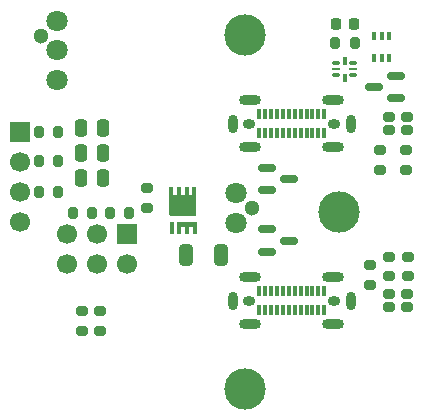
<source format=gbr>
%TF.GenerationSoftware,KiCad,Pcbnew,9.0.3*%
%TF.CreationDate,2025-08-02T18:11:11+02:00*%
%TF.ProjectId,USBPanel,55534250-616e-4656-9c2e-6b696361645f,rev?*%
%TF.SameCoordinates,Original*%
%TF.FileFunction,Soldermask,Bot*%
%TF.FilePolarity,Negative*%
%FSLAX46Y46*%
G04 Gerber Fmt 4.6, Leading zero omitted, Abs format (unit mm)*
G04 Created by KiCad (PCBNEW 9.0.3) date 2025-08-02 18:11:11*
%MOMM*%
%LPD*%
G01*
G04 APERTURE LIST*
G04 Aperture macros list*
%AMRoundRect*
0 Rectangle with rounded corners*
0 $1 Rounding radius*
0 $2 $3 $4 $5 $6 $7 $8 $9 X,Y pos of 4 corners*
0 Add a 4 corners polygon primitive as box body*
4,1,4,$2,$3,$4,$5,$6,$7,$8,$9,$2,$3,0*
0 Add four circle primitives for the rounded corners*
1,1,$1+$1,$2,$3*
1,1,$1+$1,$4,$5*
1,1,$1+$1,$6,$7*
1,1,$1+$1,$8,$9*
0 Add four rect primitives between the rounded corners*
20,1,$1+$1,$2,$3,$4,$5,0*
20,1,$1+$1,$4,$5,$6,$7,0*
20,1,$1+$1,$6,$7,$8,$9,0*
20,1,$1+$1,$8,$9,$2,$3,0*%
%AMFreePoly0*
4,1,37,-0.510866,0.496194,-0.483806,0.469134,-0.480000,0.450000,-0.480000,-0.050000,-0.170000,-0.050000,-0.170000,0.450000,-0.166194,0.469134,-0.139134,0.496194,-0.120000,0.500000,0.120000,0.500000,0.139134,0.496194,0.166194,0.469134,0.170000,0.450000,0.170000,-0.050000,0.480000,-0.050000,0.480000,0.450000,0.483806,0.469134,0.510866,0.496194,0.530000,0.500000,0.770000,0.500000,
0.789134,0.496194,0.816194,0.469134,0.820000,0.450000,0.820000,-0.450000,0.816194,-0.469134,0.789134,-0.496194,0.770000,-0.500000,-0.770000,-0.500000,-0.789134,-0.496194,-0.816194,-0.469134,-0.820000,-0.450000,-0.820000,0.450000,-0.816194,0.469134,-0.789134,0.496194,-0.770000,0.500000,-0.530000,0.500000,-0.510866,0.496194,-0.510866,0.496194,$1*%
%AMFreePoly1*
4,1,47,1.119134,0.556194,1.146194,0.529134,1.150000,0.510000,1.150000,-1.850000,1.146194,-1.869134,1.119134,-1.896194,1.100000,-1.900000,0.860000,-1.900000,0.840866,-1.896194,0.813806,-1.869134,0.810000,-1.850000,0.810000,-1.150000,0.500000,-1.150000,0.500000,-1.850000,0.496194,-1.869134,0.469134,-1.896194,0.450000,-1.900000,0.210000,-1.900000,0.190866,-1.896194,0.163806,-1.869134,
0.160000,-1.850000,0.160000,-1.150000,-0.150000,-1.150000,-0.150000,-1.850000,-0.153806,-1.869134,-0.180866,-1.896194,-0.200000,-1.900000,-0.440000,-1.900000,-0.459134,-1.896194,-0.486194,-1.869134,-0.490000,-1.850000,-0.490000,-1.150000,-0.800000,-1.150000,-0.800000,-1.850000,-0.803806,-1.869134,-0.830866,-1.896194,-0.850000,-1.900000,-1.090000,-1.900000,-1.109134,-1.896194,-1.136194,-1.869134,
-1.140000,-1.850000,-1.140000,0.510000,-1.136194,0.529134,-1.109134,0.556194,-1.090000,0.560000,1.100000,0.560000,1.119134,0.556194,1.119134,0.556194,$1*%
G04 Aperture macros list end*
%ADD10RoundRect,0.200000X0.300000X0.200000X-0.300000X0.200000X-0.300000X-0.200000X0.300000X-0.200000X0*%
%ADD11R,1.700000X1.700000*%
%ADD12C,1.700000*%
%ADD13C,3.500000*%
%ADD14C,1.300000*%
%ADD15C,1.800000*%
%ADD16RoundRect,0.200000X-0.200000X-0.275000X0.200000X-0.275000X0.200000X0.275000X-0.200000X0.275000X0*%
%ADD17RoundRect,0.250000X-0.250000X-0.475000X0.250000X-0.475000X0.250000X0.475000X-0.250000X0.475000X0*%
%ADD18RoundRect,0.200000X-0.275000X0.200000X-0.275000X-0.200000X0.275000X-0.200000X0.275000X0.200000X0*%
%ADD19RoundRect,0.030000X0.120000X0.395000X-0.120000X0.395000X-0.120000X-0.395000X0.120000X-0.395000X0*%
%ADD20RoundRect,0.030000X-0.120000X-0.395000X0.120000X-0.395000X0.120000X0.395000X-0.120000X0.395000X0*%
%ADD21O,0.850000X1.550000*%
%ADD22O,1.080000X0.800000*%
%ADD23O,1.850000X0.850000*%
%ADD24RoundRect,0.150000X-0.587500X-0.150000X0.587500X-0.150000X0.587500X0.150000X-0.587500X0.150000X0*%
%ADD25RoundRect,0.200000X0.200000X0.275000X-0.200000X0.275000X-0.200000X-0.275000X0.200000X-0.275000X0*%
%ADD26RoundRect,0.037500X0.287500X0.087500X-0.287500X0.087500X-0.287500X-0.087500X0.287500X-0.087500X0*%
%ADD27RoundRect,0.030000X0.295000X0.070000X-0.295000X0.070000X-0.295000X-0.070000X0.295000X-0.070000X0*%
%ADD28RoundRect,0.045000X0.105000X-0.305000X0.105000X0.305000X-0.105000X0.305000X-0.105000X-0.305000X0*%
%ADD29RoundRect,0.100000X0.100000X-0.225000X0.100000X0.225000X-0.100000X0.225000X-0.100000X-0.225000X0*%
%ADD30FreePoly0,180.000000*%
%ADD31FreePoly1,180.000000*%
%ADD32RoundRect,0.034000X0.136000X0.466000X-0.136000X0.466000X-0.136000X-0.466000X0.136000X-0.466000X0*%
%ADD33RoundRect,0.200000X0.275000X-0.200000X0.275000X0.200000X-0.275000X0.200000X-0.275000X-0.200000X0*%
%ADD34RoundRect,0.150000X0.587500X0.150000X-0.587500X0.150000X-0.587500X-0.150000X0.587500X-0.150000X0*%
%ADD35RoundRect,0.225000X-0.225000X-0.250000X0.225000X-0.250000X0.225000X0.250000X-0.225000X0.250000X0*%
%ADD36RoundRect,0.250000X-0.325000X-0.650000X0.325000X-0.650000X0.325000X0.650000X-0.325000X0.650000X0*%
G04 APERTURE END LIST*
D10*
%TO.C,D3*%
X164750000Y-106950000D03*
X163250000Y-106950000D03*
X163250000Y-108050000D03*
X164750000Y-108050000D03*
%TD*%
%TO.C,D2*%
X164750000Y-91950000D03*
X163250000Y-91950000D03*
X163250000Y-93050000D03*
X164750000Y-93050000D03*
%TD*%
D11*
%TO.C,J6*%
X132000000Y-93200000D03*
D12*
X132000000Y-95740000D03*
X132000000Y-98280000D03*
X132000000Y-100820000D03*
%TD*%
D13*
%TO.C,REF\u002A\u002A*%
X159000000Y-100000000D03*
%TD*%
D14*
%TO.C,J5*%
X151640000Y-99650000D03*
D15*
X150300000Y-100900000D03*
X150300000Y-98400000D03*
%TD*%
D11*
%TO.C,J7*%
X141040000Y-101825000D03*
D12*
X141040000Y-104365000D03*
X138500000Y-101825000D03*
X138500000Y-104365000D03*
X135960000Y-101825000D03*
X135960000Y-104365000D03*
%TD*%
D13*
%TO.C,REF\u002A\u002A*%
X151000000Y-115000000D03*
%TD*%
D14*
%TO.C,J3*%
X133760000Y-85050000D03*
D15*
X135100000Y-83800000D03*
X135100000Y-86300000D03*
X135100000Y-88800000D03*
%TD*%
D13*
%TO.C,REF\u002A\u002A*%
X151000000Y-85000000D03*
%TD*%
D16*
%TO.C,R12*%
X158675000Y-85700000D03*
X160325000Y-85700000D03*
%TD*%
D17*
%TO.C,C1*%
X137150000Y-92900000D03*
X139050000Y-92900000D03*
%TD*%
D18*
%TO.C,R13*%
X164700000Y-94775000D03*
X164700000Y-96425000D03*
%TD*%
D19*
%TO.C,J2*%
X157750000Y-106675000D03*
X157250000Y-106675000D03*
X156750000Y-106675000D03*
X156250000Y-106675000D03*
X155750000Y-106675000D03*
X155250000Y-106675000D03*
X154750000Y-106675000D03*
X154250000Y-106675000D03*
X153750000Y-106675000D03*
X153250000Y-106675000D03*
X152750000Y-106675000D03*
X152250000Y-106675000D03*
D20*
X152250000Y-108325000D03*
X152750000Y-108325000D03*
X153250000Y-108325000D03*
X153750000Y-108325000D03*
X154250000Y-108325000D03*
X154750000Y-108325000D03*
X155250000Y-108325000D03*
X155750000Y-108325000D03*
X156250000Y-108325000D03*
X156750000Y-108325000D03*
X157250000Y-108325000D03*
X157750000Y-108325000D03*
D21*
X160000000Y-107500000D03*
D22*
X158610000Y-107500000D03*
D23*
X158525000Y-109475000D03*
X158525000Y-105525000D03*
X151475000Y-109475000D03*
X151475000Y-105525000D03*
D22*
X151390000Y-107500000D03*
D21*
X150000000Y-107500000D03*
%TD*%
D18*
%TO.C,R16*%
X161600000Y-104475000D03*
X161600000Y-106125000D03*
%TD*%
D24*
%TO.C,Q5*%
X152862500Y-98150000D03*
X152862500Y-96250000D03*
X154737500Y-97200000D03*
%TD*%
D25*
%TO.C,R2*%
X141225000Y-100100000D03*
X139575000Y-100100000D03*
%TD*%
D16*
%TO.C,R6*%
X133575000Y-98300000D03*
X135225000Y-98300000D03*
%TD*%
D24*
%TO.C,Q4*%
X152862500Y-103350000D03*
X152862500Y-101450000D03*
X154737500Y-102400000D03*
%TD*%
D26*
%TO.C,U5*%
X160225000Y-87400000D03*
D27*
X160225000Y-87900000D03*
D26*
X160225000Y-88400000D03*
D28*
X159500000Y-88600000D03*
D26*
X158775000Y-88400000D03*
D27*
X158775000Y-87900000D03*
D26*
X158775000Y-87400000D03*
D28*
X159500000Y-87200000D03*
%TD*%
D17*
%TO.C,C2*%
X137150000Y-95000000D03*
X139050000Y-95000000D03*
%TD*%
D29*
%TO.C,U6*%
X163250000Y-86950000D03*
X162600000Y-86950000D03*
X161950000Y-86950000D03*
X161950000Y-85050000D03*
X162600000Y-85050000D03*
X163250000Y-85050000D03*
%TD*%
D30*
%TO.C,Q2*%
X146125000Y-101300000D03*
D31*
X145805000Y-99700000D03*
D32*
X144825000Y-101300000D03*
%TD*%
D18*
%TO.C,R14*%
X162500000Y-94775000D03*
X162500000Y-96425000D03*
%TD*%
%TO.C,R15*%
X164800000Y-103775000D03*
X164800000Y-105425000D03*
%TD*%
D17*
%TO.C,C3*%
X137150000Y-97100000D03*
X139050000Y-97100000D03*
%TD*%
D33*
%TO.C,R19*%
X138800000Y-110025000D03*
X138800000Y-108375000D03*
%TD*%
D18*
%TO.C,R3*%
X142700000Y-97975000D03*
X142700000Y-99625000D03*
%TD*%
D16*
%TO.C,R4*%
X133575000Y-95700000D03*
X135225000Y-95700000D03*
%TD*%
D25*
%TO.C,R1*%
X138125000Y-100100000D03*
X136475000Y-100100000D03*
%TD*%
D33*
%TO.C,R18*%
X137200000Y-110025000D03*
X137200000Y-108375000D03*
%TD*%
D34*
%TO.C,Q3*%
X163837500Y-88450000D03*
X163837500Y-90350000D03*
X161962500Y-89400000D03*
%TD*%
D35*
%TO.C,C17*%
X158725000Y-84100000D03*
X160275000Y-84100000D03*
%TD*%
D36*
%TO.C,C18*%
X146025000Y-103600000D03*
X148975000Y-103600000D03*
%TD*%
D18*
%TO.C,R17*%
X163200000Y-103775000D03*
X163200000Y-105425000D03*
%TD*%
D16*
%TO.C,R5*%
X133575000Y-93200000D03*
X135225000Y-93200000D03*
%TD*%
D19*
%TO.C,J1*%
X157750000Y-91675000D03*
X157250000Y-91675000D03*
X156750000Y-91675000D03*
X156250000Y-91675000D03*
X155750000Y-91675000D03*
X155250000Y-91675000D03*
X154750000Y-91675000D03*
X154250000Y-91675000D03*
X153750000Y-91675000D03*
X153250000Y-91675000D03*
X152750000Y-91675000D03*
X152250000Y-91675000D03*
D20*
X152250000Y-93325000D03*
X152750000Y-93325000D03*
X153250000Y-93325000D03*
X153750000Y-93325000D03*
X154250000Y-93325000D03*
X154750000Y-93325000D03*
X155250000Y-93325000D03*
X155750000Y-93325000D03*
X156250000Y-93325000D03*
X156750000Y-93325000D03*
X157250000Y-93325000D03*
X157750000Y-93325000D03*
D21*
X160000000Y-92500000D03*
D22*
X158610000Y-92500000D03*
D23*
X158525000Y-94475000D03*
X158525000Y-90525000D03*
X151475000Y-94475000D03*
X151475000Y-90525000D03*
D22*
X151390000Y-92500000D03*
D21*
X150000000Y-92500000D03*
%TD*%
M02*

</source>
